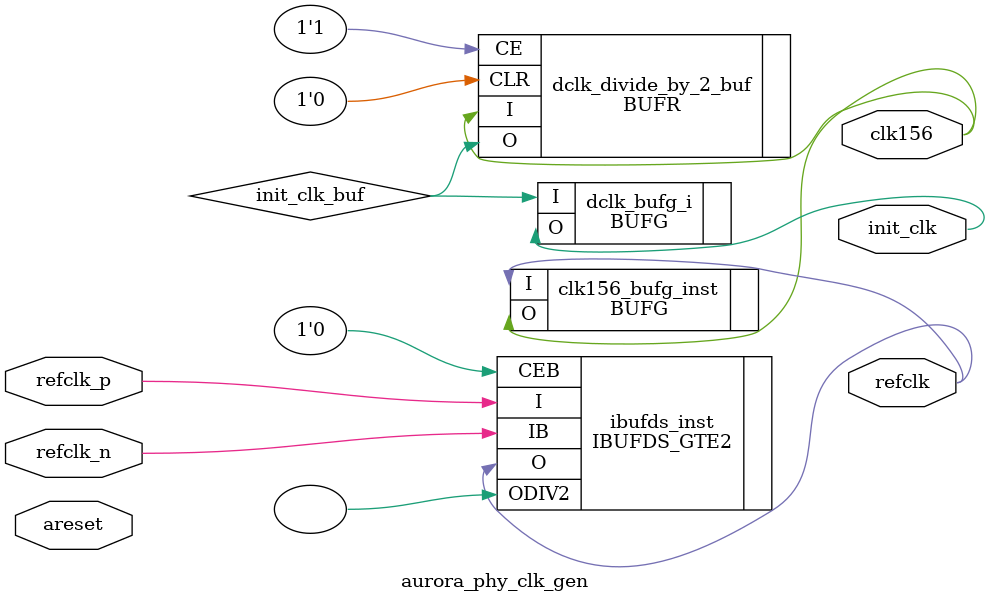
<source format=v>

module aurora_phy_clk_gen 
(
   input  areset,
   input  refclk_p,
   input  refclk_n,

   output refclk,
   output clk156,
   output init_clk
);

   wire clk156_buf;
   wire init_clk_buf;
   wire clkfbout;
   
   IBUFDS_GTE2 ibufds_inst (
      .O     (refclk),
      .ODIV2 (),
      .CEB   (1'b0),
      .I     (refclk_p),
      .IB    (refclk_n)
   );

   BUFG clk156_bufg_inst (
      .I (refclk),
      .O (clk156) 
   );

   // Divding independent clock by 2 as source for DRP clock
   BUFR # (
      .BUFR_DIVIDE ("2")
   ) dclk_divide_by_2_buf (
      .I   (clk156),
      .O   (init_clk_buf),
      .CE  (1'b1),
      .CLR (1'b0)
   );

   BUFG dclk_bufg_i (
      .I (init_clk_buf),
      .O (init_clk)
   );

endmodule




</source>
